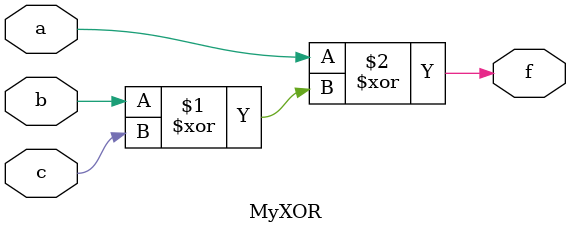
<source format=v>
module MyXOR(a,b,c,f);
input a , b ,c ;
output f;
assign f = a^(b^c);
endmodule
</source>
